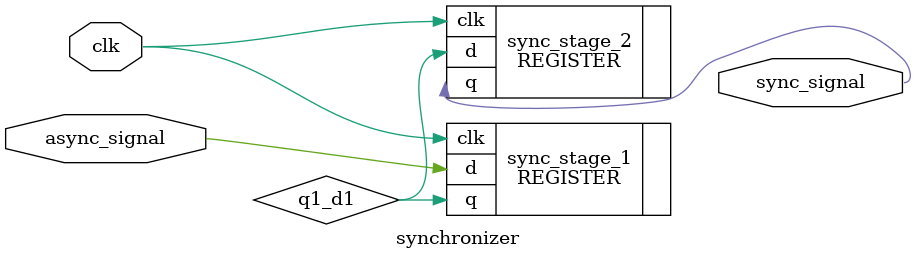
<source format=v>

module synchronizer #(parameter WIDTH = 1) (
    input [WIDTH-1:0] async_signal,
    input clk,
    output [WIDTH-1:0] sync_signal
);
    wire [WIDTH-1:0] q1_d1;

    REGISTER #(WIDTH) sync_stage_1 (.q(q1_d1), .d(async_signal), .clk(clk));
    REGISTER #(WIDTH) sync_stage_2 (.q(sync_signal), .d(q1_d1), .clk(clk)); 
    // TODO: Create your 2 flip-flop synchronizer here
    // This module takes in a vector of WIDTH-bit asynchronous
    // (from different clock domain or not clocked, such as button press) signals
    // and should output a vector of WIDTH-bit synchronous signals
    // that are synchronized to the input clk

    // Remove this line once you create your synchronizer
endmodule

</source>
